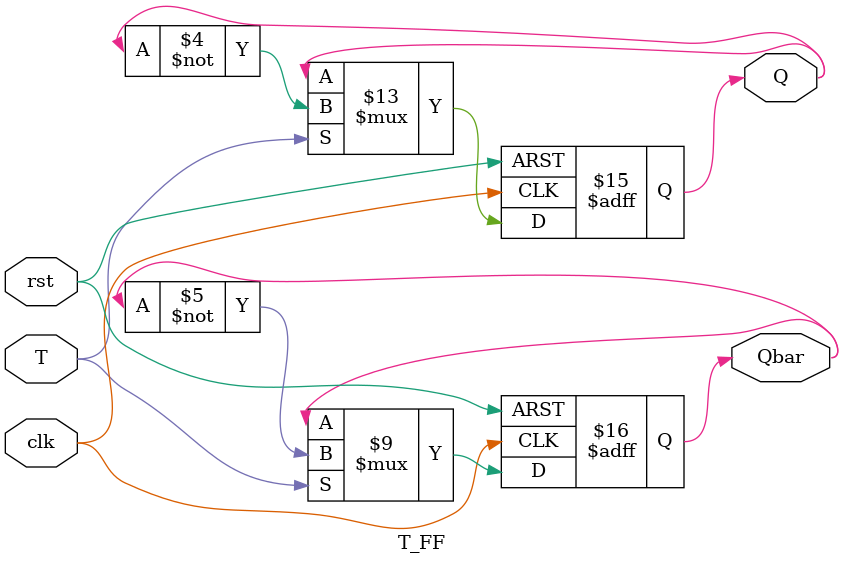
<source format=v>
`timescale 1ns/1ps

module T_FF(
  T,
  clk,
  rst,
  Q,
  Qbar
);

  input T,clk,rst;
  output reg Q,Qbar;

  always @(posedge clk or negedge rst)
  begin
    if (!rst)
    begin
      Q<=1'b0;
      Qbar<=1'b1;
    end
    else 
    begin
      if (T==1'b1)
      begin
        Q<=~Q;
        Qbar<=~Qbar; 
      end
      else if(T==1'b0)
      begin
        Q<=Q;
        Qbar<=Qbar; 
      end

    end
  end

endmodule
</source>
